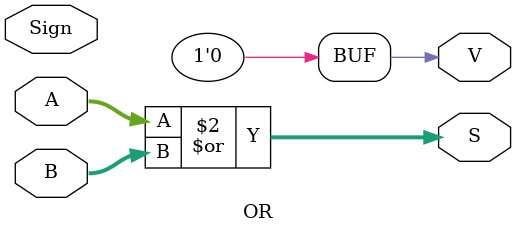
<source format=v>
`timescale 1ns / 1ps

module OR( A, B, Sign, S, V);

    input [31:0] A;
    input [31:0] B;
    input Sign;

    output reg [31:0] S;
    output reg V;

    always@(*)
    begin
        S = A | B;
        V = 0;
    end

endmodule

</source>
